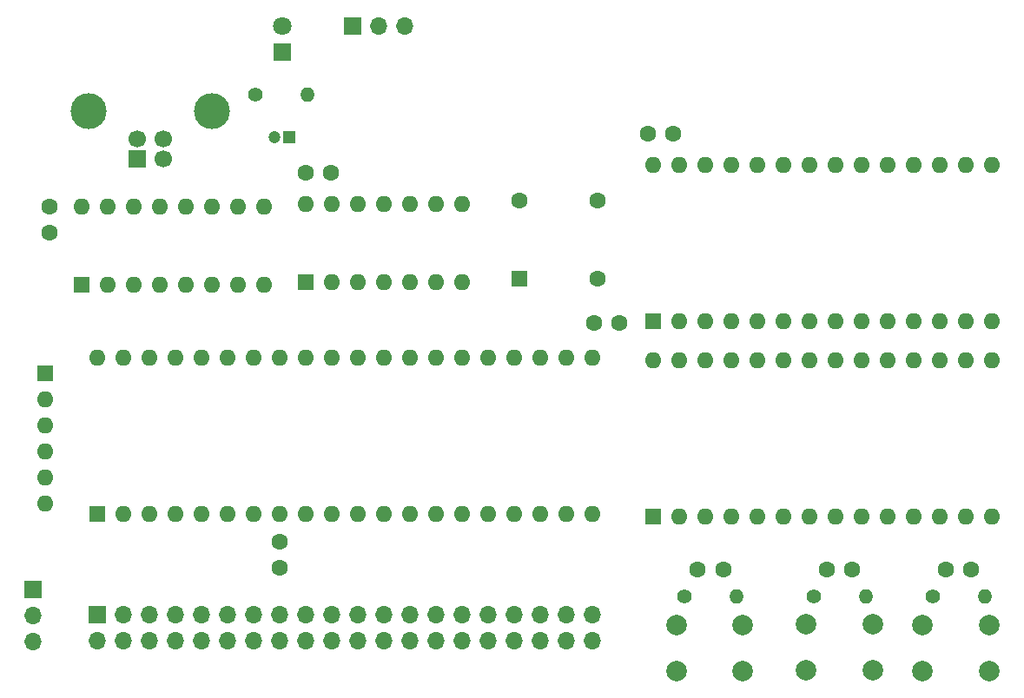
<source format=gbr>
%TF.GenerationSoftware,KiCad,Pcbnew,7.0.3*%
%TF.CreationDate,2023-06-30T08:14:05+01:00*%
%TF.ProjectId,MinFox,4d696e46-6f78-42e6-9b69-6361645f7063,rev?*%
%TF.SameCoordinates,Original*%
%TF.FileFunction,Soldermask,Bot*%
%TF.FilePolarity,Negative*%
%FSLAX46Y46*%
G04 Gerber Fmt 4.6, Leading zero omitted, Abs format (unit mm)*
G04 Created by KiCad (PCBNEW 7.0.3) date 2023-06-30 08:14:05*
%MOMM*%
%LPD*%
G01*
G04 APERTURE LIST*
%ADD10R,1.600000X1.600000*%
%ADD11O,1.600000X1.600000*%
%ADD12R,1.700000X1.700000*%
%ADD13O,1.700000X1.700000*%
%ADD14C,1.600000*%
%ADD15C,1.400000*%
%ADD16O,1.400000X1.400000*%
%ADD17C,2.000000*%
%ADD18R,1.800000X1.800000*%
%ADD19C,1.800000*%
%ADD20R,1.200000X1.200000*%
%ADD21C,1.200000*%
%ADD22C,1.700000*%
%ADD23C,3.500000*%
G04 APERTURE END LIST*
D10*
%TO.C,U3*%
X123220000Y-59200000D03*
D11*
X125760000Y-59200000D03*
X128300000Y-59200000D03*
X130840000Y-59200000D03*
X133380000Y-59200000D03*
X135920000Y-59200000D03*
X138460000Y-59200000D03*
X141000000Y-59200000D03*
X143540000Y-59200000D03*
X146080000Y-59200000D03*
X148620000Y-59200000D03*
X151160000Y-59200000D03*
X153700000Y-59200000D03*
X156240000Y-59200000D03*
X156240000Y-43960000D03*
X153700000Y-43960000D03*
X151160000Y-43960000D03*
X148620000Y-43960000D03*
X146080000Y-43960000D03*
X143540000Y-43960000D03*
X141000000Y-43960000D03*
X138460000Y-43960000D03*
X135920000Y-43960000D03*
X133380000Y-43960000D03*
X130840000Y-43960000D03*
X128300000Y-43960000D03*
X125760000Y-43960000D03*
X123220000Y-43960000D03*
%TD*%
D12*
%TO.C,SW1*%
X93960000Y-30350000D03*
D13*
X96500000Y-30350000D03*
X99040000Y-30350000D03*
%TD*%
D10*
%TO.C,U1*%
X69060000Y-78000000D03*
D11*
X71600000Y-78000000D03*
X74140000Y-78000000D03*
X76680000Y-78000000D03*
X79220000Y-78000000D03*
X81760000Y-78000000D03*
X84300000Y-78000000D03*
X86840000Y-78000000D03*
X89380000Y-78000000D03*
X91920000Y-78000000D03*
X94460000Y-78000000D03*
X97000000Y-78000000D03*
X99540000Y-78000000D03*
X102080000Y-78000000D03*
X104620000Y-78000000D03*
X107160000Y-78000000D03*
X109700000Y-78000000D03*
X112240000Y-78000000D03*
X114780000Y-78000000D03*
X117320000Y-78000000D03*
X117320000Y-62760000D03*
X114780000Y-62760000D03*
X112240000Y-62760000D03*
X109700000Y-62760000D03*
X107160000Y-62760000D03*
X104620000Y-62760000D03*
X102080000Y-62760000D03*
X99540000Y-62760000D03*
X97000000Y-62760000D03*
X94460000Y-62760000D03*
X91920000Y-62760000D03*
X89380000Y-62760000D03*
X86840000Y-62760000D03*
X84300000Y-62760000D03*
X81760000Y-62760000D03*
X79220000Y-62760000D03*
X76680000Y-62760000D03*
X74140000Y-62760000D03*
X71600000Y-62760000D03*
X69060000Y-62760000D03*
%TD*%
D10*
%TO.C,U2*%
X67540000Y-55600000D03*
D11*
X70080000Y-55600000D03*
X72620000Y-55600000D03*
X75160000Y-55600000D03*
X77700000Y-55600000D03*
X80240000Y-55600000D03*
X82780000Y-55600000D03*
X85320000Y-55600000D03*
X85320000Y-47980000D03*
X82780000Y-47980000D03*
X80240000Y-47980000D03*
X77700000Y-47980000D03*
X75160000Y-47980000D03*
X72620000Y-47980000D03*
X70080000Y-47980000D03*
X67540000Y-47980000D03*
%TD*%
D14*
%TO.C,C6*%
X89350000Y-44700000D03*
X91850000Y-44700000D03*
%TD*%
%TO.C,C4*%
X154265000Y-83375000D03*
X151765000Y-83375000D03*
%TD*%
D15*
%TO.C,R10*%
X150475000Y-85975000D03*
D16*
X155555000Y-85975000D03*
%TD*%
D15*
%TO.C,R5*%
X126275000Y-85975000D03*
D16*
X131355000Y-85975000D03*
%TD*%
D14*
%TO.C,C3*%
X130065000Y-83375000D03*
X127565000Y-83375000D03*
%TD*%
D10*
%TO.C,X1*%
X110230000Y-55010000D03*
D14*
X117850000Y-55010000D03*
X117850000Y-47390000D03*
X110230000Y-47390000D03*
%TD*%
D12*
%TO.C,J3*%
X69060000Y-87800000D03*
D13*
X69060000Y-90340000D03*
X71600000Y-87800000D03*
X71600000Y-90340000D03*
X74140000Y-87800000D03*
X74140000Y-90340000D03*
X76680000Y-87800000D03*
X76680000Y-90340000D03*
X79220000Y-87800000D03*
X79220000Y-90340000D03*
X81760000Y-87800000D03*
X81760000Y-90340000D03*
X84300000Y-87800000D03*
X84300000Y-90340000D03*
X86840000Y-87800000D03*
X86840000Y-90340000D03*
X89380000Y-87800000D03*
X89380000Y-90340000D03*
X91920000Y-87800000D03*
X91920000Y-90340000D03*
X94460000Y-87800000D03*
X94460000Y-90340000D03*
X97000000Y-87800000D03*
X97000000Y-90340000D03*
X99540000Y-87800000D03*
X99540000Y-90340000D03*
X102080000Y-87800000D03*
X102080000Y-90340000D03*
X104620000Y-87800000D03*
X104620000Y-90340000D03*
X107160000Y-87800000D03*
X107160000Y-90340000D03*
X109700000Y-87800000D03*
X109700000Y-90340000D03*
X112240000Y-87800000D03*
X112240000Y-90340000D03*
X114780000Y-87800000D03*
X114780000Y-90340000D03*
X117320000Y-87800000D03*
X117320000Y-90340000D03*
%TD*%
D14*
%TO.C,C9*%
X119950000Y-59300000D03*
X117450000Y-59300000D03*
%TD*%
D15*
%TO.C,R1*%
X84460000Y-37100000D03*
D16*
X89540000Y-37100000D03*
%TD*%
D14*
%TO.C,C2*%
X142665000Y-83375000D03*
X140165000Y-83375000D03*
%TD*%
%TO.C,C7*%
X64400000Y-48000000D03*
X64400000Y-50500000D03*
%TD*%
D17*
%TO.C,SW2*%
X132001489Y-93296397D03*
X125501489Y-93296397D03*
X132001489Y-88796397D03*
X125501489Y-88796397D03*
%TD*%
D18*
%TO.C,D1*%
X87095000Y-32895000D03*
D19*
X87095000Y-30355000D03*
%TD*%
D15*
%TO.C,R6*%
X138935000Y-85975000D03*
D16*
X144015000Y-85975000D03*
%TD*%
D20*
%TO.C,C1*%
X87800000Y-41200000D03*
D21*
X86300000Y-41200000D03*
%TD*%
D10*
%TO.C,U5*%
X89400000Y-55400000D03*
D11*
X91940000Y-55400000D03*
X94480000Y-55400000D03*
X97020000Y-55400000D03*
X99560000Y-55400000D03*
X102100000Y-55400000D03*
X104640000Y-55400000D03*
X104640000Y-47780000D03*
X102100000Y-47780000D03*
X99560000Y-47780000D03*
X97020000Y-47780000D03*
X94480000Y-47780000D03*
X91940000Y-47780000D03*
X89400000Y-47780000D03*
%TD*%
D12*
%TO.C,J2*%
X62800000Y-85300000D03*
D13*
X62800000Y-87840000D03*
X62800000Y-90380000D03*
%TD*%
D12*
%TO.C,J1*%
X72990000Y-43377500D03*
D22*
X75490000Y-43377500D03*
X75490000Y-41377500D03*
X72990000Y-41377500D03*
D23*
X68220000Y-38667500D03*
X80260000Y-38667500D03*
%TD*%
D10*
%TO.C,U4*%
X123220000Y-78200000D03*
D11*
X125760000Y-78200000D03*
X128300000Y-78200000D03*
X130840000Y-78200000D03*
X133380000Y-78200000D03*
X135920000Y-78200000D03*
X138460000Y-78200000D03*
X141000000Y-78200000D03*
X143540000Y-78200000D03*
X146080000Y-78200000D03*
X148620000Y-78200000D03*
X151160000Y-78200000D03*
X153700000Y-78200000D03*
X156240000Y-78200000D03*
X156240000Y-62960000D03*
X153700000Y-62960000D03*
X151160000Y-62960000D03*
X148620000Y-62960000D03*
X146080000Y-62960000D03*
X143540000Y-62960000D03*
X141000000Y-62960000D03*
X138460000Y-62960000D03*
X135920000Y-62960000D03*
X133380000Y-62960000D03*
X130840000Y-62960000D03*
X128300000Y-62960000D03*
X125760000Y-62960000D03*
X123220000Y-62960000D03*
%TD*%
D17*
%TO.C,SW3*%
X144659956Y-93211057D03*
X138159956Y-93211057D03*
X144659956Y-88711057D03*
X138159956Y-88711057D03*
%TD*%
%TO.C,SW4*%
X156001117Y-93291586D03*
X149501117Y-93291586D03*
X156001117Y-88791586D03*
X149501117Y-88791586D03*
%TD*%
D10*
%TO.C,RN1*%
X63940000Y-64250000D03*
D11*
X63940000Y-66790000D03*
X63940000Y-69330000D03*
X63940000Y-71870000D03*
X63940000Y-74410000D03*
X63940000Y-76950000D03*
%TD*%
D14*
%TO.C,C8*%
X122700000Y-40900000D03*
X125200000Y-40900000D03*
%TD*%
%TO.C,C5*%
X86800000Y-80700000D03*
X86800000Y-83200000D03*
%TD*%
M02*

</source>
